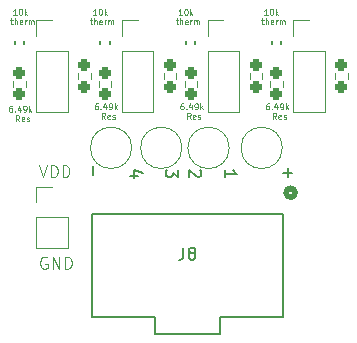
<source format=gbr>
%TF.GenerationSoftware,KiCad,Pcbnew,9.0.0*%
%TF.CreationDate,2025-08-25T22:36:10-05:00*%
%TF.ProjectId,ThermistorBreakoutPCB,54686572-6d69-4737-946f-72427265616b,rev?*%
%TF.SameCoordinates,Original*%
%TF.FileFunction,Legend,Top*%
%TF.FilePolarity,Positive*%
%FSLAX46Y46*%
G04 Gerber Fmt 4.6, Leading zero omitted, Abs format (unit mm)*
G04 Created by KiCad (PCBNEW 9.0.0) date 2025-08-25 22:36:10*
%MOMM*%
%LPD*%
G01*
G04 APERTURE LIST*
G04 Aperture macros list*
%AMRoundRect*
0 Rectangle with rounded corners*
0 $1 Rounding radius*
0 $2 $3 $4 $5 $6 $7 $8 $9 X,Y pos of 4 corners*
0 Add a 4 corners polygon primitive as box body*
4,1,4,$2,$3,$4,$5,$6,$7,$8,$9,$2,$3,0*
0 Add four circle primitives for the rounded corners*
1,1,$1+$1,$2,$3*
1,1,$1+$1,$4,$5*
1,1,$1+$1,$6,$7*
1,1,$1+$1,$8,$9*
0 Add four rect primitives between the rounded corners*
20,1,$1+$1,$2,$3,$4,$5,0*
20,1,$1+$1,$4,$5,$6,$7,0*
20,1,$1+$1,$6,$7,$8,$9,0*
20,1,$1+$1,$8,$9,$2,$3,0*%
G04 Aperture macros list end*
%ADD10C,0.100000*%
%ADD11C,0.150000*%
%ADD12C,0.120000*%
%ADD13C,0.127000*%
%ADD14C,0.152400*%
%ADD15C,0.508000*%
%ADD16C,0.010000*%
%ADD17RoundRect,0.237500X0.237500X-0.250000X0.237500X0.250000X-0.237500X0.250000X-0.237500X-0.250000X0*%
%ADD18R,1.700000X1.700000*%
%ADD19O,1.700000X1.700000*%
%ADD20RoundRect,0.237500X-0.237500X0.250000X-0.237500X-0.250000X0.237500X-0.250000X0.237500X0.250000X0*%
%ADD21C,1.752600*%
%ADD22C,2.800000*%
G04 APERTURE END LIST*
D10*
X108411027Y-51122419D02*
X108744360Y-52122419D01*
X108744360Y-52122419D02*
X109077693Y-51122419D01*
X109411027Y-52122419D02*
X109411027Y-51122419D01*
X109411027Y-51122419D02*
X109649122Y-51122419D01*
X109649122Y-51122419D02*
X109791979Y-51170038D01*
X109791979Y-51170038D02*
X109887217Y-51265276D01*
X109887217Y-51265276D02*
X109934836Y-51360514D01*
X109934836Y-51360514D02*
X109982455Y-51550990D01*
X109982455Y-51550990D02*
X109982455Y-51693847D01*
X109982455Y-51693847D02*
X109934836Y-51884323D01*
X109934836Y-51884323D02*
X109887217Y-51979561D01*
X109887217Y-51979561D02*
X109791979Y-52074800D01*
X109791979Y-52074800D02*
X109649122Y-52122419D01*
X109649122Y-52122419D02*
X109411027Y-52122419D01*
X110411027Y-52122419D02*
X110411027Y-51122419D01*
X110411027Y-51122419D02*
X110649122Y-51122419D01*
X110649122Y-51122419D02*
X110791979Y-51170038D01*
X110791979Y-51170038D02*
X110887217Y-51265276D01*
X110887217Y-51265276D02*
X110934836Y-51360514D01*
X110934836Y-51360514D02*
X110982455Y-51550990D01*
X110982455Y-51550990D02*
X110982455Y-51693847D01*
X110982455Y-51693847D02*
X110934836Y-51884323D01*
X110934836Y-51884323D02*
X110887217Y-51979561D01*
X110887217Y-51979561D02*
X110791979Y-52074800D01*
X110791979Y-52074800D02*
X110649122Y-52122419D01*
X110649122Y-52122419D02*
X110411027Y-52122419D01*
X113357144Y-45878637D02*
X113261906Y-45878637D01*
X113261906Y-45878637D02*
X113214287Y-45902447D01*
X113214287Y-45902447D02*
X113190477Y-45926256D01*
X113190477Y-45926256D02*
X113142858Y-45997685D01*
X113142858Y-45997685D02*
X113119049Y-46092923D01*
X113119049Y-46092923D02*
X113119049Y-46283399D01*
X113119049Y-46283399D02*
X113142858Y-46331018D01*
X113142858Y-46331018D02*
X113166668Y-46354828D01*
X113166668Y-46354828D02*
X113214287Y-46378637D01*
X113214287Y-46378637D02*
X113309525Y-46378637D01*
X113309525Y-46378637D02*
X113357144Y-46354828D01*
X113357144Y-46354828D02*
X113380953Y-46331018D01*
X113380953Y-46331018D02*
X113404763Y-46283399D01*
X113404763Y-46283399D02*
X113404763Y-46164351D01*
X113404763Y-46164351D02*
X113380953Y-46116732D01*
X113380953Y-46116732D02*
X113357144Y-46092923D01*
X113357144Y-46092923D02*
X113309525Y-46069113D01*
X113309525Y-46069113D02*
X113214287Y-46069113D01*
X113214287Y-46069113D02*
X113166668Y-46092923D01*
X113166668Y-46092923D02*
X113142858Y-46116732D01*
X113142858Y-46116732D02*
X113119049Y-46164351D01*
X113619048Y-46331018D02*
X113642858Y-46354828D01*
X113642858Y-46354828D02*
X113619048Y-46378637D01*
X113619048Y-46378637D02*
X113595239Y-46354828D01*
X113595239Y-46354828D02*
X113619048Y-46331018D01*
X113619048Y-46331018D02*
X113619048Y-46378637D01*
X114071429Y-46045304D02*
X114071429Y-46378637D01*
X113952381Y-45854828D02*
X113833334Y-46211970D01*
X113833334Y-46211970D02*
X114142857Y-46211970D01*
X114357143Y-46378637D02*
X114452381Y-46378637D01*
X114452381Y-46378637D02*
X114500000Y-46354828D01*
X114500000Y-46354828D02*
X114523809Y-46331018D01*
X114523809Y-46331018D02*
X114571428Y-46259589D01*
X114571428Y-46259589D02*
X114595238Y-46164351D01*
X114595238Y-46164351D02*
X114595238Y-45973875D01*
X114595238Y-45973875D02*
X114571428Y-45926256D01*
X114571428Y-45926256D02*
X114547619Y-45902447D01*
X114547619Y-45902447D02*
X114500000Y-45878637D01*
X114500000Y-45878637D02*
X114404762Y-45878637D01*
X114404762Y-45878637D02*
X114357143Y-45902447D01*
X114357143Y-45902447D02*
X114333333Y-45926256D01*
X114333333Y-45926256D02*
X114309524Y-45973875D01*
X114309524Y-45973875D02*
X114309524Y-46092923D01*
X114309524Y-46092923D02*
X114333333Y-46140542D01*
X114333333Y-46140542D02*
X114357143Y-46164351D01*
X114357143Y-46164351D02*
X114404762Y-46188161D01*
X114404762Y-46188161D02*
X114500000Y-46188161D01*
X114500000Y-46188161D02*
X114547619Y-46164351D01*
X114547619Y-46164351D02*
X114571428Y-46140542D01*
X114571428Y-46140542D02*
X114595238Y-46092923D01*
X114809523Y-46378637D02*
X114809523Y-45878637D01*
X114857142Y-46188161D02*
X114999999Y-46378637D01*
X114999999Y-46045304D02*
X114809523Y-46235780D01*
X113988095Y-47183609D02*
X113821429Y-46945514D01*
X113702381Y-47183609D02*
X113702381Y-46683609D01*
X113702381Y-46683609D02*
X113892857Y-46683609D01*
X113892857Y-46683609D02*
X113940476Y-46707419D01*
X113940476Y-46707419D02*
X113964286Y-46731228D01*
X113964286Y-46731228D02*
X113988095Y-46778847D01*
X113988095Y-46778847D02*
X113988095Y-46850276D01*
X113988095Y-46850276D02*
X113964286Y-46897895D01*
X113964286Y-46897895D02*
X113940476Y-46921704D01*
X113940476Y-46921704D02*
X113892857Y-46945514D01*
X113892857Y-46945514D02*
X113702381Y-46945514D01*
X114392857Y-47159800D02*
X114345238Y-47183609D01*
X114345238Y-47183609D02*
X114250000Y-47183609D01*
X114250000Y-47183609D02*
X114202381Y-47159800D01*
X114202381Y-47159800D02*
X114178572Y-47112180D01*
X114178572Y-47112180D02*
X114178572Y-46921704D01*
X114178572Y-46921704D02*
X114202381Y-46874085D01*
X114202381Y-46874085D02*
X114250000Y-46850276D01*
X114250000Y-46850276D02*
X114345238Y-46850276D01*
X114345238Y-46850276D02*
X114392857Y-46874085D01*
X114392857Y-46874085D02*
X114416667Y-46921704D01*
X114416667Y-46921704D02*
X114416667Y-46969323D01*
X114416667Y-46969323D02*
X114178572Y-47016942D01*
X114607143Y-47159800D02*
X114654762Y-47183609D01*
X114654762Y-47183609D02*
X114750000Y-47183609D01*
X114750000Y-47183609D02*
X114797619Y-47159800D01*
X114797619Y-47159800D02*
X114821428Y-47112180D01*
X114821428Y-47112180D02*
X114821428Y-47088371D01*
X114821428Y-47088371D02*
X114797619Y-47040752D01*
X114797619Y-47040752D02*
X114750000Y-47016942D01*
X114750000Y-47016942D02*
X114678571Y-47016942D01*
X114678571Y-47016942D02*
X114630952Y-46993133D01*
X114630952Y-46993133D02*
X114607143Y-46945514D01*
X114607143Y-46945514D02*
X114607143Y-46921704D01*
X114607143Y-46921704D02*
X114630952Y-46874085D01*
X114630952Y-46874085D02*
X114678571Y-46850276D01*
X114678571Y-46850276D02*
X114750000Y-46850276D01*
X114750000Y-46850276D02*
X114797619Y-46874085D01*
D11*
X129086779Y-51738866D02*
X129848684Y-51738866D01*
X129467731Y-52119819D02*
X129467731Y-51357914D01*
X124130180Y-52110588D02*
X124130180Y-51539160D01*
X124130180Y-51824874D02*
X125130180Y-51824874D01*
X125130180Y-51824874D02*
X124987323Y-51729636D01*
X124987323Y-51729636D02*
X124892085Y-51634398D01*
X124892085Y-51634398D02*
X124844466Y-51539160D01*
D10*
X113261905Y-38378637D02*
X112976191Y-38378637D01*
X113119048Y-38378637D02*
X113119048Y-37878637D01*
X113119048Y-37878637D02*
X113071429Y-37950066D01*
X113071429Y-37950066D02*
X113023810Y-37997685D01*
X113023810Y-37997685D02*
X112976191Y-38021494D01*
X113571428Y-37878637D02*
X113619047Y-37878637D01*
X113619047Y-37878637D02*
X113666666Y-37902447D01*
X113666666Y-37902447D02*
X113690476Y-37926256D01*
X113690476Y-37926256D02*
X113714285Y-37973875D01*
X113714285Y-37973875D02*
X113738095Y-38069113D01*
X113738095Y-38069113D02*
X113738095Y-38188161D01*
X113738095Y-38188161D02*
X113714285Y-38283399D01*
X113714285Y-38283399D02*
X113690476Y-38331018D01*
X113690476Y-38331018D02*
X113666666Y-38354828D01*
X113666666Y-38354828D02*
X113619047Y-38378637D01*
X113619047Y-38378637D02*
X113571428Y-38378637D01*
X113571428Y-38378637D02*
X113523809Y-38354828D01*
X113523809Y-38354828D02*
X113500000Y-38331018D01*
X113500000Y-38331018D02*
X113476190Y-38283399D01*
X113476190Y-38283399D02*
X113452381Y-38188161D01*
X113452381Y-38188161D02*
X113452381Y-38069113D01*
X113452381Y-38069113D02*
X113476190Y-37973875D01*
X113476190Y-37973875D02*
X113500000Y-37926256D01*
X113500000Y-37926256D02*
X113523809Y-37902447D01*
X113523809Y-37902447D02*
X113571428Y-37878637D01*
X113952380Y-38378637D02*
X113952380Y-37878637D01*
X113999999Y-38188161D02*
X114142856Y-38378637D01*
X114142856Y-38045304D02*
X113952380Y-38235780D01*
X112726191Y-38850276D02*
X112916667Y-38850276D01*
X112797619Y-38683609D02*
X112797619Y-39112180D01*
X112797619Y-39112180D02*
X112821429Y-39159800D01*
X112821429Y-39159800D02*
X112869048Y-39183609D01*
X112869048Y-39183609D02*
X112916667Y-39183609D01*
X113083333Y-39183609D02*
X113083333Y-38683609D01*
X113297619Y-39183609D02*
X113297619Y-38921704D01*
X113297619Y-38921704D02*
X113273809Y-38874085D01*
X113273809Y-38874085D02*
X113226190Y-38850276D01*
X113226190Y-38850276D02*
X113154762Y-38850276D01*
X113154762Y-38850276D02*
X113107143Y-38874085D01*
X113107143Y-38874085D02*
X113083333Y-38897895D01*
X113726190Y-39159800D02*
X113678571Y-39183609D01*
X113678571Y-39183609D02*
X113583333Y-39183609D01*
X113583333Y-39183609D02*
X113535714Y-39159800D01*
X113535714Y-39159800D02*
X113511905Y-39112180D01*
X113511905Y-39112180D02*
X113511905Y-38921704D01*
X113511905Y-38921704D02*
X113535714Y-38874085D01*
X113535714Y-38874085D02*
X113583333Y-38850276D01*
X113583333Y-38850276D02*
X113678571Y-38850276D01*
X113678571Y-38850276D02*
X113726190Y-38874085D01*
X113726190Y-38874085D02*
X113750000Y-38921704D01*
X113750000Y-38921704D02*
X113750000Y-38969323D01*
X113750000Y-38969323D02*
X113511905Y-39016942D01*
X113964285Y-39183609D02*
X113964285Y-38850276D01*
X113964285Y-38945514D02*
X113988095Y-38897895D01*
X113988095Y-38897895D02*
X114011904Y-38874085D01*
X114011904Y-38874085D02*
X114059523Y-38850276D01*
X114059523Y-38850276D02*
X114107142Y-38850276D01*
X114273809Y-39183609D02*
X114273809Y-38850276D01*
X114273809Y-38897895D02*
X114297619Y-38874085D01*
X114297619Y-38874085D02*
X114345238Y-38850276D01*
X114345238Y-38850276D02*
X114416666Y-38850276D01*
X114416666Y-38850276D02*
X114464285Y-38874085D01*
X114464285Y-38874085D02*
X114488095Y-38921704D01*
X114488095Y-38921704D02*
X114488095Y-39183609D01*
X114488095Y-38921704D02*
X114511904Y-38874085D01*
X114511904Y-38874085D02*
X114559523Y-38850276D01*
X114559523Y-38850276D02*
X114630952Y-38850276D01*
X114630952Y-38850276D02*
X114678571Y-38874085D01*
X114678571Y-38874085D02*
X114702381Y-38921704D01*
X114702381Y-38921704D02*
X114702381Y-39183609D01*
D11*
X112988866Y-51913220D02*
X112988866Y-51151316D01*
X122034942Y-51539160D02*
X122082561Y-51586779D01*
X122082561Y-51586779D02*
X122130180Y-51682017D01*
X122130180Y-51682017D02*
X122130180Y-51920112D01*
X122130180Y-51920112D02*
X122082561Y-52015350D01*
X122082561Y-52015350D02*
X122034942Y-52062969D01*
X122034942Y-52062969D02*
X121939704Y-52110588D01*
X121939704Y-52110588D02*
X121844466Y-52110588D01*
X121844466Y-52110588D02*
X121701609Y-52062969D01*
X121701609Y-52062969D02*
X121130180Y-51491541D01*
X121130180Y-51491541D02*
X121130180Y-52110588D01*
D10*
X109077693Y-58920038D02*
X108982455Y-58872419D01*
X108982455Y-58872419D02*
X108839598Y-58872419D01*
X108839598Y-58872419D02*
X108696741Y-58920038D01*
X108696741Y-58920038D02*
X108601503Y-59015276D01*
X108601503Y-59015276D02*
X108553884Y-59110514D01*
X108553884Y-59110514D02*
X108506265Y-59300990D01*
X108506265Y-59300990D02*
X108506265Y-59443847D01*
X108506265Y-59443847D02*
X108553884Y-59634323D01*
X108553884Y-59634323D02*
X108601503Y-59729561D01*
X108601503Y-59729561D02*
X108696741Y-59824800D01*
X108696741Y-59824800D02*
X108839598Y-59872419D01*
X108839598Y-59872419D02*
X108934836Y-59872419D01*
X108934836Y-59872419D02*
X109077693Y-59824800D01*
X109077693Y-59824800D02*
X109125312Y-59777180D01*
X109125312Y-59777180D02*
X109125312Y-59443847D01*
X109125312Y-59443847D02*
X108934836Y-59443847D01*
X109553884Y-59872419D02*
X109553884Y-58872419D01*
X109553884Y-58872419D02*
X110125312Y-59872419D01*
X110125312Y-59872419D02*
X110125312Y-58872419D01*
X110601503Y-59872419D02*
X110601503Y-58872419D01*
X110601503Y-58872419D02*
X110839598Y-58872419D01*
X110839598Y-58872419D02*
X110982455Y-58920038D01*
X110982455Y-58920038D02*
X111077693Y-59015276D01*
X111077693Y-59015276D02*
X111125312Y-59110514D01*
X111125312Y-59110514D02*
X111172931Y-59300990D01*
X111172931Y-59300990D02*
X111172931Y-59443847D01*
X111172931Y-59443847D02*
X111125312Y-59634323D01*
X111125312Y-59634323D02*
X111077693Y-59729561D01*
X111077693Y-59729561D02*
X110982455Y-59824800D01*
X110982455Y-59824800D02*
X110839598Y-59872419D01*
X110839598Y-59872419D02*
X110601503Y-59872419D01*
D11*
X120130180Y-51491541D02*
X120130180Y-52110588D01*
X120130180Y-52110588D02*
X119749228Y-51777255D01*
X119749228Y-51777255D02*
X119749228Y-51920112D01*
X119749228Y-51920112D02*
X119701609Y-52015350D01*
X119701609Y-52015350D02*
X119653990Y-52062969D01*
X119653990Y-52062969D02*
X119558752Y-52110588D01*
X119558752Y-52110588D02*
X119320657Y-52110588D01*
X119320657Y-52110588D02*
X119225419Y-52062969D01*
X119225419Y-52062969D02*
X119177800Y-52015350D01*
X119177800Y-52015350D02*
X119130180Y-51920112D01*
X119130180Y-51920112D02*
X119130180Y-51634398D01*
X119130180Y-51634398D02*
X119177800Y-51539160D01*
X119177800Y-51539160D02*
X119225419Y-51491541D01*
D10*
X127857144Y-45878637D02*
X127761906Y-45878637D01*
X127761906Y-45878637D02*
X127714287Y-45902447D01*
X127714287Y-45902447D02*
X127690477Y-45926256D01*
X127690477Y-45926256D02*
X127642858Y-45997685D01*
X127642858Y-45997685D02*
X127619049Y-46092923D01*
X127619049Y-46092923D02*
X127619049Y-46283399D01*
X127619049Y-46283399D02*
X127642858Y-46331018D01*
X127642858Y-46331018D02*
X127666668Y-46354828D01*
X127666668Y-46354828D02*
X127714287Y-46378637D01*
X127714287Y-46378637D02*
X127809525Y-46378637D01*
X127809525Y-46378637D02*
X127857144Y-46354828D01*
X127857144Y-46354828D02*
X127880953Y-46331018D01*
X127880953Y-46331018D02*
X127904763Y-46283399D01*
X127904763Y-46283399D02*
X127904763Y-46164351D01*
X127904763Y-46164351D02*
X127880953Y-46116732D01*
X127880953Y-46116732D02*
X127857144Y-46092923D01*
X127857144Y-46092923D02*
X127809525Y-46069113D01*
X127809525Y-46069113D02*
X127714287Y-46069113D01*
X127714287Y-46069113D02*
X127666668Y-46092923D01*
X127666668Y-46092923D02*
X127642858Y-46116732D01*
X127642858Y-46116732D02*
X127619049Y-46164351D01*
X128119048Y-46331018D02*
X128142858Y-46354828D01*
X128142858Y-46354828D02*
X128119048Y-46378637D01*
X128119048Y-46378637D02*
X128095239Y-46354828D01*
X128095239Y-46354828D02*
X128119048Y-46331018D01*
X128119048Y-46331018D02*
X128119048Y-46378637D01*
X128571429Y-46045304D02*
X128571429Y-46378637D01*
X128452381Y-45854828D02*
X128333334Y-46211970D01*
X128333334Y-46211970D02*
X128642857Y-46211970D01*
X128857143Y-46378637D02*
X128952381Y-46378637D01*
X128952381Y-46378637D02*
X129000000Y-46354828D01*
X129000000Y-46354828D02*
X129023809Y-46331018D01*
X129023809Y-46331018D02*
X129071428Y-46259589D01*
X129071428Y-46259589D02*
X129095238Y-46164351D01*
X129095238Y-46164351D02*
X129095238Y-45973875D01*
X129095238Y-45973875D02*
X129071428Y-45926256D01*
X129071428Y-45926256D02*
X129047619Y-45902447D01*
X129047619Y-45902447D02*
X129000000Y-45878637D01*
X129000000Y-45878637D02*
X128904762Y-45878637D01*
X128904762Y-45878637D02*
X128857143Y-45902447D01*
X128857143Y-45902447D02*
X128833333Y-45926256D01*
X128833333Y-45926256D02*
X128809524Y-45973875D01*
X128809524Y-45973875D02*
X128809524Y-46092923D01*
X128809524Y-46092923D02*
X128833333Y-46140542D01*
X128833333Y-46140542D02*
X128857143Y-46164351D01*
X128857143Y-46164351D02*
X128904762Y-46188161D01*
X128904762Y-46188161D02*
X129000000Y-46188161D01*
X129000000Y-46188161D02*
X129047619Y-46164351D01*
X129047619Y-46164351D02*
X129071428Y-46140542D01*
X129071428Y-46140542D02*
X129095238Y-46092923D01*
X129309523Y-46378637D02*
X129309523Y-45878637D01*
X129357142Y-46188161D02*
X129499999Y-46378637D01*
X129499999Y-46045304D02*
X129309523Y-46235780D01*
X128488095Y-47183609D02*
X128321429Y-46945514D01*
X128202381Y-47183609D02*
X128202381Y-46683609D01*
X128202381Y-46683609D02*
X128392857Y-46683609D01*
X128392857Y-46683609D02*
X128440476Y-46707419D01*
X128440476Y-46707419D02*
X128464286Y-46731228D01*
X128464286Y-46731228D02*
X128488095Y-46778847D01*
X128488095Y-46778847D02*
X128488095Y-46850276D01*
X128488095Y-46850276D02*
X128464286Y-46897895D01*
X128464286Y-46897895D02*
X128440476Y-46921704D01*
X128440476Y-46921704D02*
X128392857Y-46945514D01*
X128392857Y-46945514D02*
X128202381Y-46945514D01*
X128892857Y-47159800D02*
X128845238Y-47183609D01*
X128845238Y-47183609D02*
X128750000Y-47183609D01*
X128750000Y-47183609D02*
X128702381Y-47159800D01*
X128702381Y-47159800D02*
X128678572Y-47112180D01*
X128678572Y-47112180D02*
X128678572Y-46921704D01*
X128678572Y-46921704D02*
X128702381Y-46874085D01*
X128702381Y-46874085D02*
X128750000Y-46850276D01*
X128750000Y-46850276D02*
X128845238Y-46850276D01*
X128845238Y-46850276D02*
X128892857Y-46874085D01*
X128892857Y-46874085D02*
X128916667Y-46921704D01*
X128916667Y-46921704D02*
X128916667Y-46969323D01*
X128916667Y-46969323D02*
X128678572Y-47016942D01*
X129107143Y-47159800D02*
X129154762Y-47183609D01*
X129154762Y-47183609D02*
X129250000Y-47183609D01*
X129250000Y-47183609D02*
X129297619Y-47159800D01*
X129297619Y-47159800D02*
X129321428Y-47112180D01*
X129321428Y-47112180D02*
X129321428Y-47088371D01*
X129321428Y-47088371D02*
X129297619Y-47040752D01*
X129297619Y-47040752D02*
X129250000Y-47016942D01*
X129250000Y-47016942D02*
X129178571Y-47016942D01*
X129178571Y-47016942D02*
X129130952Y-46993133D01*
X129130952Y-46993133D02*
X129107143Y-46945514D01*
X129107143Y-46945514D02*
X129107143Y-46921704D01*
X129107143Y-46921704D02*
X129130952Y-46874085D01*
X129130952Y-46874085D02*
X129178571Y-46850276D01*
X129178571Y-46850276D02*
X129250000Y-46850276D01*
X129250000Y-46850276D02*
X129297619Y-46874085D01*
X127761905Y-38378637D02*
X127476191Y-38378637D01*
X127619048Y-38378637D02*
X127619048Y-37878637D01*
X127619048Y-37878637D02*
X127571429Y-37950066D01*
X127571429Y-37950066D02*
X127523810Y-37997685D01*
X127523810Y-37997685D02*
X127476191Y-38021494D01*
X128071428Y-37878637D02*
X128119047Y-37878637D01*
X128119047Y-37878637D02*
X128166666Y-37902447D01*
X128166666Y-37902447D02*
X128190476Y-37926256D01*
X128190476Y-37926256D02*
X128214285Y-37973875D01*
X128214285Y-37973875D02*
X128238095Y-38069113D01*
X128238095Y-38069113D02*
X128238095Y-38188161D01*
X128238095Y-38188161D02*
X128214285Y-38283399D01*
X128214285Y-38283399D02*
X128190476Y-38331018D01*
X128190476Y-38331018D02*
X128166666Y-38354828D01*
X128166666Y-38354828D02*
X128119047Y-38378637D01*
X128119047Y-38378637D02*
X128071428Y-38378637D01*
X128071428Y-38378637D02*
X128023809Y-38354828D01*
X128023809Y-38354828D02*
X128000000Y-38331018D01*
X128000000Y-38331018D02*
X127976190Y-38283399D01*
X127976190Y-38283399D02*
X127952381Y-38188161D01*
X127952381Y-38188161D02*
X127952381Y-38069113D01*
X127952381Y-38069113D02*
X127976190Y-37973875D01*
X127976190Y-37973875D02*
X128000000Y-37926256D01*
X128000000Y-37926256D02*
X128023809Y-37902447D01*
X128023809Y-37902447D02*
X128071428Y-37878637D01*
X128452380Y-38378637D02*
X128452380Y-37878637D01*
X128499999Y-38188161D02*
X128642856Y-38378637D01*
X128642856Y-38045304D02*
X128452380Y-38235780D01*
X127226191Y-38850276D02*
X127416667Y-38850276D01*
X127297619Y-38683609D02*
X127297619Y-39112180D01*
X127297619Y-39112180D02*
X127321429Y-39159800D01*
X127321429Y-39159800D02*
X127369048Y-39183609D01*
X127369048Y-39183609D02*
X127416667Y-39183609D01*
X127583333Y-39183609D02*
X127583333Y-38683609D01*
X127797619Y-39183609D02*
X127797619Y-38921704D01*
X127797619Y-38921704D02*
X127773809Y-38874085D01*
X127773809Y-38874085D02*
X127726190Y-38850276D01*
X127726190Y-38850276D02*
X127654762Y-38850276D01*
X127654762Y-38850276D02*
X127607143Y-38874085D01*
X127607143Y-38874085D02*
X127583333Y-38897895D01*
X128226190Y-39159800D02*
X128178571Y-39183609D01*
X128178571Y-39183609D02*
X128083333Y-39183609D01*
X128083333Y-39183609D02*
X128035714Y-39159800D01*
X128035714Y-39159800D02*
X128011905Y-39112180D01*
X128011905Y-39112180D02*
X128011905Y-38921704D01*
X128011905Y-38921704D02*
X128035714Y-38874085D01*
X128035714Y-38874085D02*
X128083333Y-38850276D01*
X128083333Y-38850276D02*
X128178571Y-38850276D01*
X128178571Y-38850276D02*
X128226190Y-38874085D01*
X128226190Y-38874085D02*
X128250000Y-38921704D01*
X128250000Y-38921704D02*
X128250000Y-38969323D01*
X128250000Y-38969323D02*
X128011905Y-39016942D01*
X128464285Y-39183609D02*
X128464285Y-38850276D01*
X128464285Y-38945514D02*
X128488095Y-38897895D01*
X128488095Y-38897895D02*
X128511904Y-38874085D01*
X128511904Y-38874085D02*
X128559523Y-38850276D01*
X128559523Y-38850276D02*
X128607142Y-38850276D01*
X128773809Y-39183609D02*
X128773809Y-38850276D01*
X128773809Y-38897895D02*
X128797619Y-38874085D01*
X128797619Y-38874085D02*
X128845238Y-38850276D01*
X128845238Y-38850276D02*
X128916666Y-38850276D01*
X128916666Y-38850276D02*
X128964285Y-38874085D01*
X128964285Y-38874085D02*
X128988095Y-38921704D01*
X128988095Y-38921704D02*
X128988095Y-39183609D01*
X128988095Y-38921704D02*
X129011904Y-38874085D01*
X129011904Y-38874085D02*
X129059523Y-38850276D01*
X129059523Y-38850276D02*
X129130952Y-38850276D01*
X129130952Y-38850276D02*
X129178571Y-38874085D01*
X129178571Y-38874085D02*
X129202381Y-38921704D01*
X129202381Y-38921704D02*
X129202381Y-39183609D01*
D11*
X116796847Y-52015350D02*
X116130180Y-52015350D01*
X117177800Y-51777255D02*
X116463514Y-51539160D01*
X116463514Y-51539160D02*
X116463514Y-52158207D01*
D10*
X106511905Y-38378637D02*
X106226191Y-38378637D01*
X106369048Y-38378637D02*
X106369048Y-37878637D01*
X106369048Y-37878637D02*
X106321429Y-37950066D01*
X106321429Y-37950066D02*
X106273810Y-37997685D01*
X106273810Y-37997685D02*
X106226191Y-38021494D01*
X106821428Y-37878637D02*
X106869047Y-37878637D01*
X106869047Y-37878637D02*
X106916666Y-37902447D01*
X106916666Y-37902447D02*
X106940476Y-37926256D01*
X106940476Y-37926256D02*
X106964285Y-37973875D01*
X106964285Y-37973875D02*
X106988095Y-38069113D01*
X106988095Y-38069113D02*
X106988095Y-38188161D01*
X106988095Y-38188161D02*
X106964285Y-38283399D01*
X106964285Y-38283399D02*
X106940476Y-38331018D01*
X106940476Y-38331018D02*
X106916666Y-38354828D01*
X106916666Y-38354828D02*
X106869047Y-38378637D01*
X106869047Y-38378637D02*
X106821428Y-38378637D01*
X106821428Y-38378637D02*
X106773809Y-38354828D01*
X106773809Y-38354828D02*
X106750000Y-38331018D01*
X106750000Y-38331018D02*
X106726190Y-38283399D01*
X106726190Y-38283399D02*
X106702381Y-38188161D01*
X106702381Y-38188161D02*
X106702381Y-38069113D01*
X106702381Y-38069113D02*
X106726190Y-37973875D01*
X106726190Y-37973875D02*
X106750000Y-37926256D01*
X106750000Y-37926256D02*
X106773809Y-37902447D01*
X106773809Y-37902447D02*
X106821428Y-37878637D01*
X107202380Y-38378637D02*
X107202380Y-37878637D01*
X107249999Y-38188161D02*
X107392856Y-38378637D01*
X107392856Y-38045304D02*
X107202380Y-38235780D01*
X105976191Y-38850276D02*
X106166667Y-38850276D01*
X106047619Y-38683609D02*
X106047619Y-39112180D01*
X106047619Y-39112180D02*
X106071429Y-39159800D01*
X106071429Y-39159800D02*
X106119048Y-39183609D01*
X106119048Y-39183609D02*
X106166667Y-39183609D01*
X106333333Y-39183609D02*
X106333333Y-38683609D01*
X106547619Y-39183609D02*
X106547619Y-38921704D01*
X106547619Y-38921704D02*
X106523809Y-38874085D01*
X106523809Y-38874085D02*
X106476190Y-38850276D01*
X106476190Y-38850276D02*
X106404762Y-38850276D01*
X106404762Y-38850276D02*
X106357143Y-38874085D01*
X106357143Y-38874085D02*
X106333333Y-38897895D01*
X106976190Y-39159800D02*
X106928571Y-39183609D01*
X106928571Y-39183609D02*
X106833333Y-39183609D01*
X106833333Y-39183609D02*
X106785714Y-39159800D01*
X106785714Y-39159800D02*
X106761905Y-39112180D01*
X106761905Y-39112180D02*
X106761905Y-38921704D01*
X106761905Y-38921704D02*
X106785714Y-38874085D01*
X106785714Y-38874085D02*
X106833333Y-38850276D01*
X106833333Y-38850276D02*
X106928571Y-38850276D01*
X106928571Y-38850276D02*
X106976190Y-38874085D01*
X106976190Y-38874085D02*
X107000000Y-38921704D01*
X107000000Y-38921704D02*
X107000000Y-38969323D01*
X107000000Y-38969323D02*
X106761905Y-39016942D01*
X107214285Y-39183609D02*
X107214285Y-38850276D01*
X107214285Y-38945514D02*
X107238095Y-38897895D01*
X107238095Y-38897895D02*
X107261904Y-38874085D01*
X107261904Y-38874085D02*
X107309523Y-38850276D01*
X107309523Y-38850276D02*
X107357142Y-38850276D01*
X107523809Y-39183609D02*
X107523809Y-38850276D01*
X107523809Y-38897895D02*
X107547619Y-38874085D01*
X107547619Y-38874085D02*
X107595238Y-38850276D01*
X107595238Y-38850276D02*
X107666666Y-38850276D01*
X107666666Y-38850276D02*
X107714285Y-38874085D01*
X107714285Y-38874085D02*
X107738095Y-38921704D01*
X107738095Y-38921704D02*
X107738095Y-39183609D01*
X107738095Y-38921704D02*
X107761904Y-38874085D01*
X107761904Y-38874085D02*
X107809523Y-38850276D01*
X107809523Y-38850276D02*
X107880952Y-38850276D01*
X107880952Y-38850276D02*
X107928571Y-38874085D01*
X107928571Y-38874085D02*
X107952381Y-38921704D01*
X107952381Y-38921704D02*
X107952381Y-39183609D01*
X106107144Y-46088637D02*
X106011906Y-46088637D01*
X106011906Y-46088637D02*
X105964287Y-46112447D01*
X105964287Y-46112447D02*
X105940477Y-46136256D01*
X105940477Y-46136256D02*
X105892858Y-46207685D01*
X105892858Y-46207685D02*
X105869049Y-46302923D01*
X105869049Y-46302923D02*
X105869049Y-46493399D01*
X105869049Y-46493399D02*
X105892858Y-46541018D01*
X105892858Y-46541018D02*
X105916668Y-46564828D01*
X105916668Y-46564828D02*
X105964287Y-46588637D01*
X105964287Y-46588637D02*
X106059525Y-46588637D01*
X106059525Y-46588637D02*
X106107144Y-46564828D01*
X106107144Y-46564828D02*
X106130953Y-46541018D01*
X106130953Y-46541018D02*
X106154763Y-46493399D01*
X106154763Y-46493399D02*
X106154763Y-46374351D01*
X106154763Y-46374351D02*
X106130953Y-46326732D01*
X106130953Y-46326732D02*
X106107144Y-46302923D01*
X106107144Y-46302923D02*
X106059525Y-46279113D01*
X106059525Y-46279113D02*
X105964287Y-46279113D01*
X105964287Y-46279113D02*
X105916668Y-46302923D01*
X105916668Y-46302923D02*
X105892858Y-46326732D01*
X105892858Y-46326732D02*
X105869049Y-46374351D01*
X106369048Y-46541018D02*
X106392858Y-46564828D01*
X106392858Y-46564828D02*
X106369048Y-46588637D01*
X106369048Y-46588637D02*
X106345239Y-46564828D01*
X106345239Y-46564828D02*
X106369048Y-46541018D01*
X106369048Y-46541018D02*
X106369048Y-46588637D01*
X106821429Y-46255304D02*
X106821429Y-46588637D01*
X106702381Y-46064828D02*
X106583334Y-46421970D01*
X106583334Y-46421970D02*
X106892857Y-46421970D01*
X107107143Y-46588637D02*
X107202381Y-46588637D01*
X107202381Y-46588637D02*
X107250000Y-46564828D01*
X107250000Y-46564828D02*
X107273809Y-46541018D01*
X107273809Y-46541018D02*
X107321428Y-46469589D01*
X107321428Y-46469589D02*
X107345238Y-46374351D01*
X107345238Y-46374351D02*
X107345238Y-46183875D01*
X107345238Y-46183875D02*
X107321428Y-46136256D01*
X107321428Y-46136256D02*
X107297619Y-46112447D01*
X107297619Y-46112447D02*
X107250000Y-46088637D01*
X107250000Y-46088637D02*
X107154762Y-46088637D01*
X107154762Y-46088637D02*
X107107143Y-46112447D01*
X107107143Y-46112447D02*
X107083333Y-46136256D01*
X107083333Y-46136256D02*
X107059524Y-46183875D01*
X107059524Y-46183875D02*
X107059524Y-46302923D01*
X107059524Y-46302923D02*
X107083333Y-46350542D01*
X107083333Y-46350542D02*
X107107143Y-46374351D01*
X107107143Y-46374351D02*
X107154762Y-46398161D01*
X107154762Y-46398161D02*
X107250000Y-46398161D01*
X107250000Y-46398161D02*
X107297619Y-46374351D01*
X107297619Y-46374351D02*
X107321428Y-46350542D01*
X107321428Y-46350542D02*
X107345238Y-46302923D01*
X107559523Y-46588637D02*
X107559523Y-46088637D01*
X107607142Y-46398161D02*
X107749999Y-46588637D01*
X107749999Y-46255304D02*
X107559523Y-46445780D01*
X106738095Y-47393609D02*
X106571429Y-47155514D01*
X106452381Y-47393609D02*
X106452381Y-46893609D01*
X106452381Y-46893609D02*
X106642857Y-46893609D01*
X106642857Y-46893609D02*
X106690476Y-46917419D01*
X106690476Y-46917419D02*
X106714286Y-46941228D01*
X106714286Y-46941228D02*
X106738095Y-46988847D01*
X106738095Y-46988847D02*
X106738095Y-47060276D01*
X106738095Y-47060276D02*
X106714286Y-47107895D01*
X106714286Y-47107895D02*
X106690476Y-47131704D01*
X106690476Y-47131704D02*
X106642857Y-47155514D01*
X106642857Y-47155514D02*
X106452381Y-47155514D01*
X107142857Y-47369800D02*
X107095238Y-47393609D01*
X107095238Y-47393609D02*
X107000000Y-47393609D01*
X107000000Y-47393609D02*
X106952381Y-47369800D01*
X106952381Y-47369800D02*
X106928572Y-47322180D01*
X106928572Y-47322180D02*
X106928572Y-47131704D01*
X106928572Y-47131704D02*
X106952381Y-47084085D01*
X106952381Y-47084085D02*
X107000000Y-47060276D01*
X107000000Y-47060276D02*
X107095238Y-47060276D01*
X107095238Y-47060276D02*
X107142857Y-47084085D01*
X107142857Y-47084085D02*
X107166667Y-47131704D01*
X107166667Y-47131704D02*
X107166667Y-47179323D01*
X107166667Y-47179323D02*
X106928572Y-47226942D01*
X107357143Y-47369800D02*
X107404762Y-47393609D01*
X107404762Y-47393609D02*
X107500000Y-47393609D01*
X107500000Y-47393609D02*
X107547619Y-47369800D01*
X107547619Y-47369800D02*
X107571428Y-47322180D01*
X107571428Y-47322180D02*
X107571428Y-47298371D01*
X107571428Y-47298371D02*
X107547619Y-47250752D01*
X107547619Y-47250752D02*
X107500000Y-47226942D01*
X107500000Y-47226942D02*
X107428571Y-47226942D01*
X107428571Y-47226942D02*
X107380952Y-47203133D01*
X107380952Y-47203133D02*
X107357143Y-47155514D01*
X107357143Y-47155514D02*
X107357143Y-47131704D01*
X107357143Y-47131704D02*
X107380952Y-47084085D01*
X107380952Y-47084085D02*
X107428571Y-47060276D01*
X107428571Y-47060276D02*
X107500000Y-47060276D01*
X107500000Y-47060276D02*
X107547619Y-47084085D01*
X120511905Y-38378637D02*
X120226191Y-38378637D01*
X120369048Y-38378637D02*
X120369048Y-37878637D01*
X120369048Y-37878637D02*
X120321429Y-37950066D01*
X120321429Y-37950066D02*
X120273810Y-37997685D01*
X120273810Y-37997685D02*
X120226191Y-38021494D01*
X120821428Y-37878637D02*
X120869047Y-37878637D01*
X120869047Y-37878637D02*
X120916666Y-37902447D01*
X120916666Y-37902447D02*
X120940476Y-37926256D01*
X120940476Y-37926256D02*
X120964285Y-37973875D01*
X120964285Y-37973875D02*
X120988095Y-38069113D01*
X120988095Y-38069113D02*
X120988095Y-38188161D01*
X120988095Y-38188161D02*
X120964285Y-38283399D01*
X120964285Y-38283399D02*
X120940476Y-38331018D01*
X120940476Y-38331018D02*
X120916666Y-38354828D01*
X120916666Y-38354828D02*
X120869047Y-38378637D01*
X120869047Y-38378637D02*
X120821428Y-38378637D01*
X120821428Y-38378637D02*
X120773809Y-38354828D01*
X120773809Y-38354828D02*
X120750000Y-38331018D01*
X120750000Y-38331018D02*
X120726190Y-38283399D01*
X120726190Y-38283399D02*
X120702381Y-38188161D01*
X120702381Y-38188161D02*
X120702381Y-38069113D01*
X120702381Y-38069113D02*
X120726190Y-37973875D01*
X120726190Y-37973875D02*
X120750000Y-37926256D01*
X120750000Y-37926256D02*
X120773809Y-37902447D01*
X120773809Y-37902447D02*
X120821428Y-37878637D01*
X121202380Y-38378637D02*
X121202380Y-37878637D01*
X121249999Y-38188161D02*
X121392856Y-38378637D01*
X121392856Y-38045304D02*
X121202380Y-38235780D01*
X119976191Y-38850276D02*
X120166667Y-38850276D01*
X120047619Y-38683609D02*
X120047619Y-39112180D01*
X120047619Y-39112180D02*
X120071429Y-39159800D01*
X120071429Y-39159800D02*
X120119048Y-39183609D01*
X120119048Y-39183609D02*
X120166667Y-39183609D01*
X120333333Y-39183609D02*
X120333333Y-38683609D01*
X120547619Y-39183609D02*
X120547619Y-38921704D01*
X120547619Y-38921704D02*
X120523809Y-38874085D01*
X120523809Y-38874085D02*
X120476190Y-38850276D01*
X120476190Y-38850276D02*
X120404762Y-38850276D01*
X120404762Y-38850276D02*
X120357143Y-38874085D01*
X120357143Y-38874085D02*
X120333333Y-38897895D01*
X120976190Y-39159800D02*
X120928571Y-39183609D01*
X120928571Y-39183609D02*
X120833333Y-39183609D01*
X120833333Y-39183609D02*
X120785714Y-39159800D01*
X120785714Y-39159800D02*
X120761905Y-39112180D01*
X120761905Y-39112180D02*
X120761905Y-38921704D01*
X120761905Y-38921704D02*
X120785714Y-38874085D01*
X120785714Y-38874085D02*
X120833333Y-38850276D01*
X120833333Y-38850276D02*
X120928571Y-38850276D01*
X120928571Y-38850276D02*
X120976190Y-38874085D01*
X120976190Y-38874085D02*
X121000000Y-38921704D01*
X121000000Y-38921704D02*
X121000000Y-38969323D01*
X121000000Y-38969323D02*
X120761905Y-39016942D01*
X121214285Y-39183609D02*
X121214285Y-38850276D01*
X121214285Y-38945514D02*
X121238095Y-38897895D01*
X121238095Y-38897895D02*
X121261904Y-38874085D01*
X121261904Y-38874085D02*
X121309523Y-38850276D01*
X121309523Y-38850276D02*
X121357142Y-38850276D01*
X121523809Y-39183609D02*
X121523809Y-38850276D01*
X121523809Y-38897895D02*
X121547619Y-38874085D01*
X121547619Y-38874085D02*
X121595238Y-38850276D01*
X121595238Y-38850276D02*
X121666666Y-38850276D01*
X121666666Y-38850276D02*
X121714285Y-38874085D01*
X121714285Y-38874085D02*
X121738095Y-38921704D01*
X121738095Y-38921704D02*
X121738095Y-39183609D01*
X121738095Y-38921704D02*
X121761904Y-38874085D01*
X121761904Y-38874085D02*
X121809523Y-38850276D01*
X121809523Y-38850276D02*
X121880952Y-38850276D01*
X121880952Y-38850276D02*
X121928571Y-38874085D01*
X121928571Y-38874085D02*
X121952381Y-38921704D01*
X121952381Y-38921704D02*
X121952381Y-39183609D01*
X120607144Y-45878637D02*
X120511906Y-45878637D01*
X120511906Y-45878637D02*
X120464287Y-45902447D01*
X120464287Y-45902447D02*
X120440477Y-45926256D01*
X120440477Y-45926256D02*
X120392858Y-45997685D01*
X120392858Y-45997685D02*
X120369049Y-46092923D01*
X120369049Y-46092923D02*
X120369049Y-46283399D01*
X120369049Y-46283399D02*
X120392858Y-46331018D01*
X120392858Y-46331018D02*
X120416668Y-46354828D01*
X120416668Y-46354828D02*
X120464287Y-46378637D01*
X120464287Y-46378637D02*
X120559525Y-46378637D01*
X120559525Y-46378637D02*
X120607144Y-46354828D01*
X120607144Y-46354828D02*
X120630953Y-46331018D01*
X120630953Y-46331018D02*
X120654763Y-46283399D01*
X120654763Y-46283399D02*
X120654763Y-46164351D01*
X120654763Y-46164351D02*
X120630953Y-46116732D01*
X120630953Y-46116732D02*
X120607144Y-46092923D01*
X120607144Y-46092923D02*
X120559525Y-46069113D01*
X120559525Y-46069113D02*
X120464287Y-46069113D01*
X120464287Y-46069113D02*
X120416668Y-46092923D01*
X120416668Y-46092923D02*
X120392858Y-46116732D01*
X120392858Y-46116732D02*
X120369049Y-46164351D01*
X120869048Y-46331018D02*
X120892858Y-46354828D01*
X120892858Y-46354828D02*
X120869048Y-46378637D01*
X120869048Y-46378637D02*
X120845239Y-46354828D01*
X120845239Y-46354828D02*
X120869048Y-46331018D01*
X120869048Y-46331018D02*
X120869048Y-46378637D01*
X121321429Y-46045304D02*
X121321429Y-46378637D01*
X121202381Y-45854828D02*
X121083334Y-46211970D01*
X121083334Y-46211970D02*
X121392857Y-46211970D01*
X121607143Y-46378637D02*
X121702381Y-46378637D01*
X121702381Y-46378637D02*
X121750000Y-46354828D01*
X121750000Y-46354828D02*
X121773809Y-46331018D01*
X121773809Y-46331018D02*
X121821428Y-46259589D01*
X121821428Y-46259589D02*
X121845238Y-46164351D01*
X121845238Y-46164351D02*
X121845238Y-45973875D01*
X121845238Y-45973875D02*
X121821428Y-45926256D01*
X121821428Y-45926256D02*
X121797619Y-45902447D01*
X121797619Y-45902447D02*
X121750000Y-45878637D01*
X121750000Y-45878637D02*
X121654762Y-45878637D01*
X121654762Y-45878637D02*
X121607143Y-45902447D01*
X121607143Y-45902447D02*
X121583333Y-45926256D01*
X121583333Y-45926256D02*
X121559524Y-45973875D01*
X121559524Y-45973875D02*
X121559524Y-46092923D01*
X121559524Y-46092923D02*
X121583333Y-46140542D01*
X121583333Y-46140542D02*
X121607143Y-46164351D01*
X121607143Y-46164351D02*
X121654762Y-46188161D01*
X121654762Y-46188161D02*
X121750000Y-46188161D01*
X121750000Y-46188161D02*
X121797619Y-46164351D01*
X121797619Y-46164351D02*
X121821428Y-46140542D01*
X121821428Y-46140542D02*
X121845238Y-46092923D01*
X122059523Y-46378637D02*
X122059523Y-45878637D01*
X122107142Y-46188161D02*
X122249999Y-46378637D01*
X122249999Y-46045304D02*
X122059523Y-46235780D01*
X121238095Y-47183609D02*
X121071429Y-46945514D01*
X120952381Y-47183609D02*
X120952381Y-46683609D01*
X120952381Y-46683609D02*
X121142857Y-46683609D01*
X121142857Y-46683609D02*
X121190476Y-46707419D01*
X121190476Y-46707419D02*
X121214286Y-46731228D01*
X121214286Y-46731228D02*
X121238095Y-46778847D01*
X121238095Y-46778847D02*
X121238095Y-46850276D01*
X121238095Y-46850276D02*
X121214286Y-46897895D01*
X121214286Y-46897895D02*
X121190476Y-46921704D01*
X121190476Y-46921704D02*
X121142857Y-46945514D01*
X121142857Y-46945514D02*
X120952381Y-46945514D01*
X121642857Y-47159800D02*
X121595238Y-47183609D01*
X121595238Y-47183609D02*
X121500000Y-47183609D01*
X121500000Y-47183609D02*
X121452381Y-47159800D01*
X121452381Y-47159800D02*
X121428572Y-47112180D01*
X121428572Y-47112180D02*
X121428572Y-46921704D01*
X121428572Y-46921704D02*
X121452381Y-46874085D01*
X121452381Y-46874085D02*
X121500000Y-46850276D01*
X121500000Y-46850276D02*
X121595238Y-46850276D01*
X121595238Y-46850276D02*
X121642857Y-46874085D01*
X121642857Y-46874085D02*
X121666667Y-46921704D01*
X121666667Y-46921704D02*
X121666667Y-46969323D01*
X121666667Y-46969323D02*
X121428572Y-47016942D01*
X121857143Y-47159800D02*
X121904762Y-47183609D01*
X121904762Y-47183609D02*
X122000000Y-47183609D01*
X122000000Y-47183609D02*
X122047619Y-47159800D01*
X122047619Y-47159800D02*
X122071428Y-47112180D01*
X122071428Y-47112180D02*
X122071428Y-47088371D01*
X122071428Y-47088371D02*
X122047619Y-47040752D01*
X122047619Y-47040752D02*
X122000000Y-47016942D01*
X122000000Y-47016942D02*
X121928571Y-47016942D01*
X121928571Y-47016942D02*
X121880952Y-46993133D01*
X121880952Y-46993133D02*
X121857143Y-46945514D01*
X121857143Y-46945514D02*
X121857143Y-46921704D01*
X121857143Y-46921704D02*
X121880952Y-46874085D01*
X121880952Y-46874085D02*
X121928571Y-46850276D01*
X121928571Y-46850276D02*
X122000000Y-46850276D01*
X122000000Y-46850276D02*
X122047619Y-46874085D01*
D11*
X120633266Y-58096714D02*
X120633266Y-58810999D01*
X120633266Y-58810999D02*
X120585647Y-58953856D01*
X120585647Y-58953856D02*
X120490409Y-59049095D01*
X120490409Y-59049095D02*
X120347552Y-59096714D01*
X120347552Y-59096714D02*
X120252314Y-59096714D01*
X121252314Y-58525285D02*
X121157076Y-58477666D01*
X121157076Y-58477666D02*
X121109457Y-58430047D01*
X121109457Y-58430047D02*
X121061838Y-58334809D01*
X121061838Y-58334809D02*
X121061838Y-58287190D01*
X121061838Y-58287190D02*
X121109457Y-58191952D01*
X121109457Y-58191952D02*
X121157076Y-58144333D01*
X121157076Y-58144333D02*
X121252314Y-58096714D01*
X121252314Y-58096714D02*
X121442790Y-58096714D01*
X121442790Y-58096714D02*
X121538028Y-58144333D01*
X121538028Y-58144333D02*
X121585647Y-58191952D01*
X121585647Y-58191952D02*
X121633266Y-58287190D01*
X121633266Y-58287190D02*
X121633266Y-58334809D01*
X121633266Y-58334809D02*
X121585647Y-58430047D01*
X121585647Y-58430047D02*
X121538028Y-58477666D01*
X121538028Y-58477666D02*
X121442790Y-58525285D01*
X121442790Y-58525285D02*
X121252314Y-58525285D01*
X121252314Y-58525285D02*
X121157076Y-58572904D01*
X121157076Y-58572904D02*
X121109457Y-58620523D01*
X121109457Y-58620523D02*
X121061838Y-58715761D01*
X121061838Y-58715761D02*
X121061838Y-58906237D01*
X121061838Y-58906237D02*
X121109457Y-59001475D01*
X121109457Y-59001475D02*
X121157076Y-59049095D01*
X121157076Y-59049095D02*
X121252314Y-59096714D01*
X121252314Y-59096714D02*
X121442790Y-59096714D01*
X121442790Y-59096714D02*
X121538028Y-59049095D01*
X121538028Y-59049095D02*
X121585647Y-59001475D01*
X121585647Y-59001475D02*
X121633266Y-58906237D01*
X121633266Y-58906237D02*
X121633266Y-58715761D01*
X121633266Y-58715761D02*
X121585647Y-58620523D01*
X121585647Y-58620523D02*
X121538028Y-58572904D01*
X121538028Y-58572904D02*
X121442790Y-58525285D01*
D12*
%TO.C,R12*%
X106227500Y-44464724D02*
X106227500Y-43955276D01*
X107272500Y-44464724D02*
X107272500Y-43955276D01*
%TO.C,J4*%
X122670000Y-38840000D02*
X124000000Y-38840000D01*
X122670000Y-40170000D02*
X122670000Y-38840000D01*
X122670000Y-41440000D02*
X122670000Y-46580000D01*
X122670000Y-41440000D02*
X125330000Y-41440000D01*
X122670000Y-46580000D02*
X125330000Y-46580000D01*
X125330000Y-41440000D02*
X125330000Y-46580000D01*
D13*
%TO.C,TH5*%
X128100000Y-40845000D02*
X128100000Y-40575000D01*
X128900000Y-40845000D02*
X128900000Y-40575000D01*
D12*
%TO.C,R9*%
X118977500Y-43292776D02*
X118977500Y-43802224D01*
X120022500Y-43292776D02*
X120022500Y-43802224D01*
D13*
%TO.C,TH7*%
X113600000Y-40845000D02*
X113600000Y-40575000D01*
X114400000Y-40845000D02*
X114400000Y-40575000D01*
%TO.C,TH6*%
X120850000Y-40845000D02*
X120850000Y-40575000D01*
X121650000Y-40845000D02*
X121650000Y-40575000D01*
D12*
%TO.C,R7*%
X126227500Y-43292776D02*
X126227500Y-43802224D01*
X127272500Y-43292776D02*
X127272500Y-43802224D01*
D14*
%TO.C,J8*%
X112864000Y-55234895D02*
X112864000Y-63947094D01*
X112864000Y-63947094D02*
X118236100Y-63947106D01*
X118236100Y-63947106D02*
X118236100Y-65394906D01*
X118236100Y-65394906D02*
X123697100Y-65394906D01*
X123697100Y-63947106D02*
X129069200Y-63947094D01*
X123697100Y-65394906D02*
X123697100Y-63947106D01*
X129069200Y-55234895D02*
X112864000Y-55234895D01*
X129069200Y-63947094D02*
X129069200Y-55234895D01*
D15*
X130085200Y-53441895D02*
G75*
G02*
X129323200Y-53441895I-381000J0D01*
G01*
X129323200Y-53441895D02*
G75*
G02*
X130085200Y-53441895I381000J0D01*
G01*
D12*
%TO.C,R8*%
X120727500Y-44464724D02*
X120727500Y-43955276D01*
X121772500Y-44464724D02*
X121772500Y-43955276D01*
%TO.C,J6*%
X108170000Y-38840000D02*
X109500000Y-38840000D01*
X108170000Y-40170000D02*
X108170000Y-38840000D01*
X108170000Y-41440000D02*
X108170000Y-46580000D01*
X108170000Y-41440000D02*
X110830000Y-41440000D01*
X108170000Y-46580000D02*
X110830000Y-46580000D01*
X110830000Y-41440000D02*
X110830000Y-46580000D01*
%TO.C,R5*%
X127977500Y-44464724D02*
X127977500Y-43955276D01*
X129022500Y-44464724D02*
X129022500Y-43955276D01*
%TO.C,TP11*%
X129000000Y-49641700D02*
G75*
G02*
X125500000Y-49641700I-1750000J0D01*
G01*
X125500000Y-49641700D02*
G75*
G02*
X129000000Y-49641700I1750000J0D01*
G01*
%TO.C,TP10*%
X124500000Y-49641700D02*
G75*
G02*
X121000000Y-49641700I-1750000J0D01*
G01*
X121000000Y-49641700D02*
G75*
G02*
X124500000Y-49641700I1750000J0D01*
G01*
%TO.C,TP9*%
X116250000Y-49641700D02*
G75*
G02*
X112750000Y-49641700I-1750000J0D01*
G01*
X112750000Y-49641700D02*
G75*
G02*
X116250000Y-49641700I1750000J0D01*
G01*
%TO.C,J5*%
X115420000Y-38840000D02*
X116750000Y-38840000D01*
X115420000Y-40170000D02*
X115420000Y-38840000D01*
X115420000Y-41440000D02*
X115420000Y-46580000D01*
X115420000Y-41440000D02*
X118080000Y-41440000D01*
X115420000Y-46580000D02*
X118080000Y-46580000D01*
X118080000Y-41440000D02*
X118080000Y-46580000D01*
D13*
%TO.C,TH8*%
X106350000Y-40845000D02*
X106350000Y-40575000D01*
X107150000Y-40845000D02*
X107150000Y-40575000D01*
D12*
%TO.C,TP8*%
X120500000Y-49641700D02*
G75*
G02*
X117000000Y-49641700I-1750000J0D01*
G01*
X117000000Y-49641700D02*
G75*
G02*
X120500000Y-49641700I1750000J0D01*
G01*
%TO.C,R6*%
X133477500Y-43292776D02*
X133477500Y-43802224D01*
X134522500Y-43292776D02*
X134522500Y-43802224D01*
%TO.C,J3*%
X129920000Y-38840000D02*
X131250000Y-38840000D01*
X129920000Y-40170000D02*
X129920000Y-38840000D01*
X129920000Y-41440000D02*
X129920000Y-46580000D01*
X129920000Y-41440000D02*
X132580000Y-41440000D01*
X129920000Y-46580000D02*
X132580000Y-46580000D01*
X132580000Y-41440000D02*
X132580000Y-46580000D01*
%TO.C,R11*%
X113477500Y-44464724D02*
X113477500Y-43955276D01*
X114522500Y-44464724D02*
X114522500Y-43955276D01*
%TO.C,J1*%
X108170000Y-52920000D02*
X109500000Y-52920000D01*
X108170000Y-54250000D02*
X108170000Y-52920000D01*
X108170000Y-55520000D02*
X108170000Y-58120000D01*
X108170000Y-55520000D02*
X110830000Y-55520000D01*
X108170000Y-58120000D02*
X110830000Y-58120000D01*
X110830000Y-55520000D02*
X110830000Y-58120000D01*
%TO.C,R10*%
X111727500Y-43292776D02*
X111727500Y-43802224D01*
X112772500Y-43292776D02*
X112772500Y-43802224D01*
%TD*%
%LPC*%
D16*
%TO.C,TH5*%
X128850000Y-40260000D02*
X128150000Y-40260000D01*
X128150000Y-39560000D01*
X128850000Y-39560000D01*
X128850000Y-40260000D01*
G36*
X128850000Y-40260000D02*
G01*
X128150000Y-40260000D01*
X128150000Y-39560000D01*
X128850000Y-39560000D01*
X128850000Y-40260000D01*
G37*
X128850000Y-41860000D02*
X128150000Y-41860000D01*
X128150000Y-41160000D01*
X128850000Y-41160000D01*
X128850000Y-41860000D01*
G36*
X128850000Y-41860000D02*
G01*
X128150000Y-41860000D01*
X128150000Y-41160000D01*
X128850000Y-41160000D01*
X128850000Y-41860000D01*
G37*
%TO.C,TH7*%
X114350000Y-40260000D02*
X113650000Y-40260000D01*
X113650000Y-39560000D01*
X114350000Y-39560000D01*
X114350000Y-40260000D01*
G36*
X114350000Y-40260000D02*
G01*
X113650000Y-40260000D01*
X113650000Y-39560000D01*
X114350000Y-39560000D01*
X114350000Y-40260000D01*
G37*
X114350000Y-41860000D02*
X113650000Y-41860000D01*
X113650000Y-41160000D01*
X114350000Y-41160000D01*
X114350000Y-41860000D01*
G36*
X114350000Y-41860000D02*
G01*
X113650000Y-41860000D01*
X113650000Y-41160000D01*
X114350000Y-41160000D01*
X114350000Y-41860000D01*
G37*
%TO.C,TH6*%
X121600000Y-40260000D02*
X120900000Y-40260000D01*
X120900000Y-39560000D01*
X121600000Y-39560000D01*
X121600000Y-40260000D01*
G36*
X121600000Y-40260000D02*
G01*
X120900000Y-40260000D01*
X120900000Y-39560000D01*
X121600000Y-39560000D01*
X121600000Y-40260000D01*
G37*
X121600000Y-41860000D02*
X120900000Y-41860000D01*
X120900000Y-41160000D01*
X121600000Y-41160000D01*
X121600000Y-41860000D01*
G36*
X121600000Y-41860000D02*
G01*
X120900000Y-41860000D01*
X120900000Y-41160000D01*
X121600000Y-41160000D01*
X121600000Y-41860000D01*
G37*
%TO.C,TH8*%
X107100000Y-40260000D02*
X106400000Y-40260000D01*
X106400000Y-39560000D01*
X107100000Y-39560000D01*
X107100000Y-40260000D01*
G36*
X107100000Y-40260000D02*
G01*
X106400000Y-40260000D01*
X106400000Y-39560000D01*
X107100000Y-39560000D01*
X107100000Y-40260000D01*
G37*
X107100000Y-41860000D02*
X106400000Y-41860000D01*
X106400000Y-41160000D01*
X107100000Y-41160000D01*
X107100000Y-41860000D01*
G36*
X107100000Y-41860000D02*
G01*
X106400000Y-41860000D01*
X106400000Y-41160000D01*
X107100000Y-41160000D01*
X107100000Y-41860000D01*
G37*
%TD*%
D17*
%TO.C,R12*%
X106750000Y-45122500D03*
X106750000Y-43297500D03*
%TD*%
D18*
%TO.C,J4*%
X124000000Y-40170000D03*
D19*
X124000000Y-42710000D03*
X124000000Y-45250000D03*
%TD*%
D20*
%TO.C,R9*%
X119500000Y-42635000D03*
X119500000Y-44460000D03*
%TD*%
%TO.C,R7*%
X126750000Y-42635000D03*
X126750000Y-44460000D03*
%TD*%
D21*
%TO.C,J8*%
X127216600Y-53441895D03*
X124716600Y-53441895D03*
X122216600Y-53441895D03*
X119716600Y-53441895D03*
X117216600Y-53441895D03*
X114716600Y-53441895D03*
%TD*%
D17*
%TO.C,R8*%
X121250000Y-45122500D03*
X121250000Y-43297500D03*
%TD*%
D18*
%TO.C,J6*%
X109500000Y-40170000D03*
D19*
X109500000Y-42710000D03*
X109500000Y-45250000D03*
%TD*%
D17*
%TO.C,R5*%
X128500000Y-45122500D03*
X128500000Y-43297500D03*
%TD*%
D22*
%TO.C,TP11*%
X127250000Y-49641700D03*
%TD*%
%TO.C,TP10*%
X122750000Y-49641700D03*
%TD*%
%TO.C,TP9*%
X114500000Y-49641700D03*
%TD*%
D18*
%TO.C,J5*%
X116750000Y-40170000D03*
D19*
X116750000Y-42710000D03*
X116750000Y-45250000D03*
%TD*%
D22*
%TO.C,TP8*%
X118750000Y-49641700D03*
%TD*%
D20*
%TO.C,R6*%
X134000000Y-42635000D03*
X134000000Y-44460000D03*
%TD*%
D18*
%TO.C,J3*%
X131250000Y-40170000D03*
D19*
X131250000Y-42710000D03*
X131250000Y-45250000D03*
%TD*%
D17*
%TO.C,R11*%
X114000000Y-45122500D03*
X114000000Y-43297500D03*
%TD*%
D18*
%TO.C,J1*%
X109500000Y-54250000D03*
D19*
X109500000Y-56790000D03*
%TD*%
D20*
%TO.C,R10*%
X112250000Y-42635000D03*
X112250000Y-44460000D03*
%TD*%
%LPD*%
M02*

</source>
